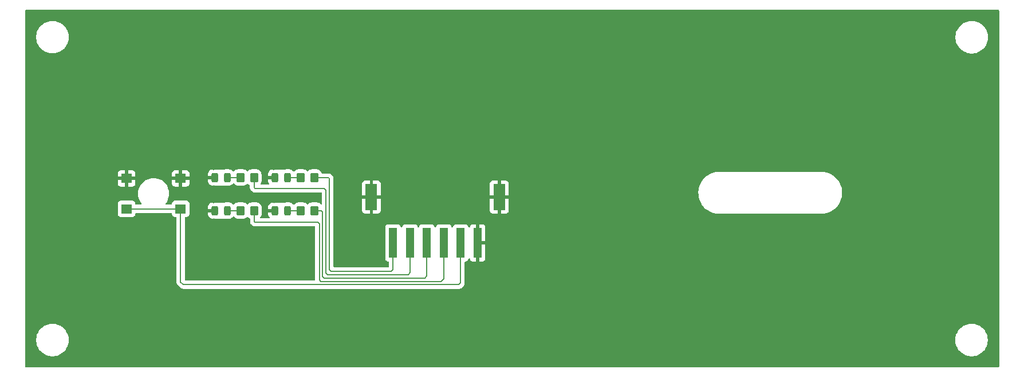
<source format=gbr>
%TF.GenerationSoftware,KiCad,Pcbnew,8.0.1*%
%TF.CreationDate,2025-07-26T13:45:31+02:00*%
%TF.ProjectId,SVX_Node_Case_front,5356585f-4e6f-4646-955f-436173655f66,rev?*%
%TF.SameCoordinates,Original*%
%TF.FileFunction,Copper,L2,Bot*%
%TF.FilePolarity,Positive*%
%FSLAX46Y46*%
G04 Gerber Fmt 4.6, Leading zero omitted, Abs format (unit mm)*
G04 Created by KiCad (PCBNEW 8.0.1) date 2025-07-26 13:45:31*
%MOMM*%
%LPD*%
G01*
G04 APERTURE LIST*
G04 Aperture macros list*
%AMRoundRect*
0 Rectangle with rounded corners*
0 $1 Rounding radius*
0 $2 $3 $4 $5 $6 $7 $8 $9 X,Y pos of 4 corners*
0 Add a 4 corners polygon primitive as box body*
4,1,4,$2,$3,$4,$5,$6,$7,$8,$9,$2,$3,0*
0 Add four circle primitives for the rounded corners*
1,1,$1+$1,$2,$3*
1,1,$1+$1,$4,$5*
1,1,$1+$1,$6,$7*
1,1,$1+$1,$8,$9*
0 Add four rect primitives between the rounded corners*
20,1,$1+$1,$2,$3,$4,$5,0*
20,1,$1+$1,$4,$5,$6,$7,0*
20,1,$1+$1,$6,$7,$8,$9,0*
20,1,$1+$1,$8,$9,$2,$3,0*%
G04 Aperture macros list end*
%TA.AperFunction,SMDPad,CuDef*%
%ADD10RoundRect,0.243750X-0.243750X-0.456250X0.243750X-0.456250X0.243750X0.456250X-0.243750X0.456250X0*%
%TD*%
%TA.AperFunction,SMDPad,CuDef*%
%ADD11R,1.295400X4.495800*%
%TD*%
%TA.AperFunction,SMDPad,CuDef*%
%ADD12R,1.803400X3.911600*%
%TD*%
%TA.AperFunction,SMDPad,CuDef*%
%ADD13RoundRect,0.250000X0.350000X0.450000X-0.350000X0.450000X-0.350000X-0.450000X0.350000X-0.450000X0*%
%TD*%
%TA.AperFunction,SMDPad,CuDef*%
%ADD14R,1.600000X1.400000*%
%TD*%
%TA.AperFunction,Conductor*%
%ADD15C,0.200000*%
%TD*%
G04 APERTURE END LIST*
D10*
%TO.P,D2,1*%
%TO.N,GND*%
X111920923Y-89350000D03*
%TO.P,D2,2*%
%TO.N,N/C*%
X113795923Y-89350000D03*
%TD*%
D11*
%TO.P,J1,1*%
%TO.N,N/C*%
X129400000Y-99050000D03*
%TO.P,J1,2*%
X131900000Y-99050000D03*
%TO.P,J1,3*%
X134400000Y-99050000D03*
%TO.P,J1,4*%
X136900000Y-99050000D03*
%TO.P,J1,5*%
X139400000Y-99050000D03*
%TO.P,J1,6*%
%TO.N,GND*%
X141900000Y-99050000D03*
D12*
%TO.P,J1,7*%
X126200001Y-92250000D03*
%TO.P,J1,8*%
X145099999Y-92250000D03*
%TD*%
D13*
%TO.P,R2,1*%
%TO.N,N/C*%
X117760000Y-89350000D03*
%TO.P,R2,2*%
X115760000Y-89350000D03*
%TD*%
%TO.P,R1,1*%
%TO.N,N/C*%
X108850000Y-89350000D03*
%TO.P,R1,2*%
X106850000Y-89350000D03*
%TD*%
D14*
%TO.P,S1,1*%
%TO.N,GND*%
X98000000Y-89500000D03*
X90000000Y-89500000D03*
%TO.P,S1,2*%
%TO.N,N/C*%
X98000000Y-94000000D03*
X90000000Y-94000000D03*
%TD*%
D10*
%TO.P,D1,1*%
%TO.N,GND*%
X103020923Y-94260000D03*
%TO.P,D1,2*%
%TO.N,N/C*%
X104895923Y-94260000D03*
%TD*%
D13*
%TO.P,R2,1*%
%TO.N,N/C*%
X117770000Y-94260000D03*
%TO.P,R2,2*%
X115770000Y-94260000D03*
%TD*%
D10*
%TO.P,D2,1*%
%TO.N,GND*%
X111930923Y-94260000D03*
%TO.P,D2,2*%
%TO.N,N/C*%
X113805923Y-94260000D03*
%TD*%
%TO.P,D1,1*%
%TO.N,GND*%
X103010923Y-89350000D03*
%TO.P,D1,2*%
%TO.N,N/C*%
X104885923Y-89350000D03*
%TD*%
D13*
%TO.P,R1,1*%
%TO.N,N/C*%
X108860000Y-94260000D03*
%TO.P,R1,2*%
X106860000Y-94260000D03*
%TD*%
D15*
%TO.N,*%
X108860000Y-95860000D02*
X108860000Y-94260000D01*
X109000000Y-96000000D02*
X108860000Y-95860000D01*
X118250000Y-96000000D02*
X109000000Y-96000000D01*
X118500000Y-96250000D02*
X118250000Y-96000000D01*
X136500000Y-104750000D02*
X118750000Y-104750000D01*
X136900000Y-104350000D02*
X136500000Y-104750000D01*
X118500000Y-104500000D02*
X118500000Y-96250000D01*
X118750000Y-104750000D02*
X118500000Y-104500000D01*
X136900000Y-99050000D02*
X136900000Y-104350000D01*
X108850000Y-90850000D02*
X108850000Y-89350000D01*
X109000000Y-91000000D02*
X108850000Y-90850000D01*
X119500000Y-103500000D02*
X119500000Y-91250000D01*
X131625000Y-103750000D02*
X119750000Y-103750000D01*
X119500000Y-91250000D02*
X119250000Y-91000000D01*
X119750000Y-103750000D02*
X119500000Y-103500000D01*
X131900000Y-99050000D02*
X131900000Y-103475000D01*
X119250000Y-91000000D02*
X109000000Y-91000000D01*
X131900000Y-103475000D02*
X131625000Y-103750000D01*
X118760000Y-94260000D02*
X119000000Y-94500000D01*
X134400000Y-103950000D02*
X134400000Y-99050000D01*
X119250000Y-104250000D02*
X134100000Y-104250000D01*
X134100000Y-104250000D02*
X134400000Y-103950000D01*
X119000000Y-94500000D02*
X119000000Y-104000000D01*
X119000000Y-104000000D02*
X119250000Y-104250000D01*
X117770000Y-94260000D02*
X118760000Y-94260000D01*
X129400000Y-103000000D02*
X129400000Y-99050000D01*
X129150000Y-103250000D02*
X129400000Y-103000000D01*
X120250000Y-103250000D02*
X129150000Y-103250000D01*
X120000000Y-89500000D02*
X120000000Y-103000000D01*
X119850000Y-89350000D02*
X120000000Y-89500000D01*
X120000000Y-103000000D02*
X120250000Y-103250000D01*
X117760000Y-89350000D02*
X119850000Y-89350000D01*
X98000000Y-104850000D02*
X98000000Y-94150000D01*
X106760000Y-89360000D02*
X106750000Y-89350000D01*
X139400000Y-99050000D02*
X139400000Y-105000000D01*
X113805923Y-94260000D02*
X115770000Y-94260000D01*
X90000000Y-94000000D02*
X98000000Y-94000000D01*
X107060000Y-94260000D02*
X107070000Y-94270000D01*
X115670000Y-89360000D02*
X115660000Y-89350000D01*
X113795923Y-89350000D02*
X115760000Y-89350000D01*
X115680000Y-94270000D02*
X115670000Y-94260000D01*
X139150000Y-105250000D02*
X98400000Y-105250000D01*
X115960000Y-89350000D02*
X115970000Y-89360000D01*
X139400000Y-105000000D02*
X139150000Y-105250000D01*
X115970000Y-94260000D02*
X115980000Y-94270000D01*
X104885923Y-89350000D02*
X106850000Y-89350000D01*
X98400000Y-105250000D02*
X98000000Y-104850000D01*
X107050000Y-89350000D02*
X107060000Y-89360000D01*
X106770000Y-94270000D02*
X106760000Y-94260000D01*
X104895923Y-94260000D02*
X106860000Y-94260000D01*
%TD*%
%TA.AperFunction,Conductor*%
%TO.N,GND*%
G36*
X218942539Y-64520185D02*
G01*
X218988294Y-64572989D01*
X218999500Y-64624500D01*
X218999500Y-117375500D01*
X218979815Y-117442539D01*
X218927011Y-117488294D01*
X218875500Y-117499500D01*
X75124500Y-117499500D01*
X75057461Y-117479815D01*
X75011706Y-117427011D01*
X75000500Y-117375500D01*
X75000500Y-113584813D01*
X76649500Y-113584813D01*
X76679686Y-113852719D01*
X76679688Y-113852731D01*
X76739684Y-114115594D01*
X76739687Y-114115602D01*
X76828734Y-114370082D01*
X76945714Y-114612994D01*
X76945716Y-114612997D01*
X77089162Y-114841289D01*
X77257266Y-115052085D01*
X77447915Y-115242734D01*
X77658711Y-115410838D01*
X77887003Y-115554284D01*
X78129921Y-115671267D01*
X78321049Y-115738145D01*
X78384397Y-115760312D01*
X78384405Y-115760315D01*
X78384408Y-115760315D01*
X78384409Y-115760316D01*
X78647268Y-115820312D01*
X78915187Y-115850499D01*
X78915188Y-115850500D01*
X78915191Y-115850500D01*
X79184812Y-115850500D01*
X79184812Y-115850499D01*
X79452732Y-115820312D01*
X79715591Y-115760316D01*
X79970079Y-115671267D01*
X80212997Y-115554284D01*
X80441289Y-115410838D01*
X80652085Y-115242734D01*
X80842734Y-115052085D01*
X81010838Y-114841289D01*
X81154284Y-114612997D01*
X81271267Y-114370079D01*
X81360316Y-114115591D01*
X81420312Y-113852732D01*
X81450500Y-113584813D01*
X212529500Y-113584813D01*
X212559686Y-113852719D01*
X212559688Y-113852731D01*
X212619684Y-114115594D01*
X212619687Y-114115602D01*
X212708734Y-114370082D01*
X212825714Y-114612994D01*
X212825716Y-114612997D01*
X212969162Y-114841289D01*
X213137266Y-115052085D01*
X213327915Y-115242734D01*
X213538711Y-115410838D01*
X213767003Y-115554284D01*
X214009921Y-115671267D01*
X214201049Y-115738145D01*
X214264397Y-115760312D01*
X214264405Y-115760315D01*
X214264408Y-115760315D01*
X214264409Y-115760316D01*
X214527268Y-115820312D01*
X214795187Y-115850499D01*
X214795188Y-115850500D01*
X214795191Y-115850500D01*
X215064812Y-115850500D01*
X215064812Y-115850499D01*
X215332732Y-115820312D01*
X215595591Y-115760316D01*
X215850079Y-115671267D01*
X216092997Y-115554284D01*
X216321289Y-115410838D01*
X216532085Y-115242734D01*
X216722734Y-115052085D01*
X216890838Y-114841289D01*
X217034284Y-114612997D01*
X217151267Y-114370079D01*
X217240316Y-114115591D01*
X217300312Y-113852732D01*
X217330500Y-113584809D01*
X217330500Y-113315191D01*
X217300312Y-113047268D01*
X217240316Y-112784409D01*
X217151267Y-112529921D01*
X217034284Y-112287003D01*
X216890838Y-112058711D01*
X216722734Y-111847915D01*
X216532085Y-111657266D01*
X216321289Y-111489162D01*
X216092997Y-111345716D01*
X216092994Y-111345714D01*
X215850082Y-111228734D01*
X215595602Y-111139687D01*
X215595594Y-111139684D01*
X215398446Y-111094687D01*
X215332732Y-111079688D01*
X215332728Y-111079687D01*
X215332719Y-111079686D01*
X215064813Y-111049500D01*
X215064809Y-111049500D01*
X214795191Y-111049500D01*
X214795186Y-111049500D01*
X214527280Y-111079686D01*
X214527268Y-111079688D01*
X214264405Y-111139684D01*
X214264397Y-111139687D01*
X214009917Y-111228734D01*
X213767005Y-111345714D01*
X213538712Y-111489161D01*
X213327915Y-111657265D01*
X213137265Y-111847915D01*
X212969161Y-112058712D01*
X212825714Y-112287005D01*
X212708734Y-112529917D01*
X212619687Y-112784397D01*
X212619684Y-112784405D01*
X212559688Y-113047268D01*
X212559686Y-113047280D01*
X212529500Y-113315186D01*
X212529500Y-113584813D01*
X81450500Y-113584813D01*
X81450500Y-113584809D01*
X81450500Y-113315191D01*
X81420312Y-113047268D01*
X81360316Y-112784409D01*
X81271267Y-112529921D01*
X81154284Y-112287003D01*
X81010838Y-112058711D01*
X80842734Y-111847915D01*
X80652085Y-111657266D01*
X80441289Y-111489162D01*
X80212997Y-111345716D01*
X80212994Y-111345714D01*
X79970082Y-111228734D01*
X79715602Y-111139687D01*
X79715594Y-111139684D01*
X79518446Y-111094687D01*
X79452732Y-111079688D01*
X79452728Y-111079687D01*
X79452719Y-111079686D01*
X79184813Y-111049500D01*
X79184809Y-111049500D01*
X78915191Y-111049500D01*
X78915186Y-111049500D01*
X78647280Y-111079686D01*
X78647268Y-111079688D01*
X78384405Y-111139684D01*
X78384397Y-111139687D01*
X78129917Y-111228734D01*
X77887005Y-111345714D01*
X77658712Y-111489161D01*
X77447915Y-111657265D01*
X77257265Y-111847915D01*
X77089161Y-112058712D01*
X76945714Y-112287005D01*
X76828734Y-112529917D01*
X76739687Y-112784397D01*
X76739684Y-112784405D01*
X76679688Y-113047268D01*
X76679686Y-113047280D01*
X76649500Y-113315186D01*
X76649500Y-113584813D01*
X75000500Y-113584813D01*
X75000500Y-94747870D01*
X88699500Y-94747870D01*
X88699501Y-94747876D01*
X88705908Y-94807483D01*
X88756202Y-94942328D01*
X88756206Y-94942335D01*
X88842452Y-95057544D01*
X88842455Y-95057547D01*
X88957664Y-95143793D01*
X88957671Y-95143797D01*
X89092517Y-95194091D01*
X89092516Y-95194091D01*
X89099444Y-95194835D01*
X89152127Y-95200500D01*
X90847872Y-95200499D01*
X90907483Y-95194091D01*
X91042331Y-95143796D01*
X91157546Y-95057546D01*
X91243796Y-94942331D01*
X91294091Y-94807483D01*
X91300500Y-94747873D01*
X91300500Y-94724500D01*
X91320185Y-94657461D01*
X91372989Y-94611706D01*
X91424500Y-94600500D01*
X96575501Y-94600500D01*
X96642540Y-94620185D01*
X96688295Y-94672989D01*
X96699501Y-94724500D01*
X96699501Y-94747876D01*
X96705908Y-94807483D01*
X96756202Y-94942328D01*
X96756206Y-94942335D01*
X96842452Y-95057544D01*
X96842455Y-95057547D01*
X96957664Y-95143793D01*
X96957671Y-95143797D01*
X97002618Y-95160561D01*
X97092517Y-95194091D01*
X97152127Y-95200500D01*
X97275500Y-95200499D01*
X97342539Y-95220183D01*
X97388294Y-95272987D01*
X97399500Y-95324499D01*
X97399500Y-104763330D01*
X97399499Y-104763348D01*
X97399499Y-104929054D01*
X97399498Y-104929054D01*
X97440423Y-105081785D01*
X97469358Y-105131900D01*
X97469359Y-105131904D01*
X97469360Y-105131904D01*
X97519479Y-105218714D01*
X97519481Y-105218717D01*
X97638349Y-105337585D01*
X97638355Y-105337590D01*
X97915139Y-105614374D01*
X97915149Y-105614385D01*
X97919479Y-105618715D01*
X97919480Y-105618716D01*
X98031284Y-105730520D01*
X98031286Y-105730521D01*
X98031290Y-105730524D01*
X98168209Y-105809573D01*
X98168216Y-105809577D01*
X98280019Y-105839534D01*
X98320942Y-105850500D01*
X98320943Y-105850500D01*
X139063331Y-105850500D01*
X139063347Y-105850501D01*
X139070943Y-105850501D01*
X139229054Y-105850501D01*
X139229057Y-105850501D01*
X139381785Y-105809577D01*
X139431904Y-105780639D01*
X139518716Y-105730520D01*
X139630520Y-105618716D01*
X139630520Y-105618714D01*
X139640728Y-105608507D01*
X139640730Y-105608504D01*
X139758506Y-105490728D01*
X139758511Y-105490724D01*
X139768714Y-105480520D01*
X139768716Y-105480520D01*
X139880520Y-105368716D01*
X139959577Y-105231784D01*
X139989873Y-105118716D01*
X140000500Y-105079058D01*
X140000500Y-104920943D01*
X140000500Y-101920004D01*
X140020185Y-101852965D01*
X140072989Y-101807210D01*
X140111247Y-101796714D01*
X140155183Y-101791991D01*
X140290028Y-101741697D01*
X140290027Y-101741697D01*
X140290031Y-101741696D01*
X140405246Y-101655446D01*
X140491496Y-101540231D01*
X140491588Y-101539986D01*
X140534084Y-101426046D01*
X140575954Y-101370112D01*
X140641418Y-101345694D01*
X140709692Y-101360545D01*
X140759097Y-101409950D01*
X140766448Y-101426045D01*
X140808945Y-101539986D01*
X140808949Y-101539993D01*
X140895109Y-101655087D01*
X140895112Y-101655090D01*
X141010206Y-101741250D01*
X141010213Y-101741254D01*
X141144920Y-101791496D01*
X141144927Y-101791498D01*
X141204455Y-101797899D01*
X141204472Y-101797900D01*
X141650000Y-101797900D01*
X141650000Y-99300000D01*
X142150000Y-99300000D01*
X142150000Y-101797900D01*
X142595528Y-101797900D01*
X142595544Y-101797899D01*
X142655072Y-101791498D01*
X142655079Y-101791496D01*
X142789786Y-101741254D01*
X142789793Y-101741250D01*
X142904887Y-101655090D01*
X142904890Y-101655087D01*
X142991050Y-101539993D01*
X142991054Y-101539986D01*
X143041296Y-101405279D01*
X143041298Y-101405272D01*
X143047699Y-101345744D01*
X143047700Y-101345727D01*
X143047700Y-99300000D01*
X142150000Y-99300000D01*
X141650000Y-99300000D01*
X141650000Y-96302100D01*
X142150000Y-96302100D01*
X142150000Y-98800000D01*
X143047700Y-98800000D01*
X143047700Y-96754272D01*
X143047699Y-96754255D01*
X143041298Y-96694727D01*
X143041296Y-96694720D01*
X142991054Y-96560013D01*
X142991050Y-96560006D01*
X142904890Y-96444912D01*
X142904887Y-96444909D01*
X142789793Y-96358749D01*
X142789786Y-96358745D01*
X142655079Y-96308503D01*
X142655072Y-96308501D01*
X142595544Y-96302100D01*
X142150000Y-96302100D01*
X141650000Y-96302100D01*
X141204455Y-96302100D01*
X141144927Y-96308501D01*
X141144920Y-96308503D01*
X141010213Y-96358745D01*
X141010206Y-96358749D01*
X140895112Y-96444909D01*
X140895109Y-96444912D01*
X140808949Y-96560006D01*
X140808946Y-96560011D01*
X140766448Y-96673955D01*
X140724576Y-96729888D01*
X140659112Y-96754305D01*
X140590839Y-96739453D01*
X140541434Y-96690048D01*
X140534084Y-96673953D01*
X140491498Y-96559773D01*
X140491493Y-96559764D01*
X140405247Y-96444555D01*
X140405244Y-96444552D01*
X140290035Y-96358306D01*
X140290028Y-96358302D01*
X140155182Y-96308008D01*
X140155183Y-96308008D01*
X140095583Y-96301601D01*
X140095581Y-96301600D01*
X140095573Y-96301600D01*
X140095564Y-96301600D01*
X138704429Y-96301600D01*
X138704423Y-96301601D01*
X138644816Y-96308008D01*
X138509971Y-96358302D01*
X138509964Y-96358306D01*
X138394755Y-96444552D01*
X138394752Y-96444555D01*
X138308506Y-96559764D01*
X138308502Y-96559771D01*
X138266182Y-96673239D01*
X138224311Y-96729173D01*
X138158847Y-96753590D01*
X138090574Y-96738738D01*
X138041168Y-96689333D01*
X138033818Y-96673239D01*
X137991497Y-96559771D01*
X137991493Y-96559764D01*
X137905247Y-96444555D01*
X137905244Y-96444552D01*
X137790035Y-96358306D01*
X137790028Y-96358302D01*
X137655182Y-96308008D01*
X137655183Y-96308008D01*
X137595583Y-96301601D01*
X137595581Y-96301600D01*
X137595573Y-96301600D01*
X137595564Y-96301600D01*
X136204429Y-96301600D01*
X136204423Y-96301601D01*
X136144816Y-96308008D01*
X136009971Y-96358302D01*
X136009964Y-96358306D01*
X135894755Y-96444552D01*
X135894752Y-96444555D01*
X135808506Y-96559764D01*
X135808502Y-96559771D01*
X135766182Y-96673239D01*
X135724311Y-96729173D01*
X135658847Y-96753590D01*
X135590574Y-96738738D01*
X135541168Y-96689333D01*
X135533818Y-96673239D01*
X135491497Y-96559771D01*
X135491493Y-96559764D01*
X135405247Y-96444555D01*
X135405244Y-96444552D01*
X135290035Y-96358306D01*
X135290028Y-96358302D01*
X135155182Y-96308008D01*
X135155183Y-96308008D01*
X135095583Y-96301601D01*
X135095581Y-96301600D01*
X135095573Y-96301600D01*
X135095564Y-96301600D01*
X133704429Y-96301600D01*
X133704423Y-96301601D01*
X133644816Y-96308008D01*
X133509971Y-96358302D01*
X133509964Y-96358306D01*
X133394755Y-96444552D01*
X133394752Y-96444555D01*
X133308506Y-96559764D01*
X133308502Y-96559771D01*
X133266182Y-96673239D01*
X133224311Y-96729173D01*
X133158847Y-96753590D01*
X133090574Y-96738738D01*
X133041168Y-96689333D01*
X133033818Y-96673239D01*
X132991497Y-96559771D01*
X132991493Y-96559764D01*
X132905247Y-96444555D01*
X132905244Y-96444552D01*
X132790035Y-96358306D01*
X132790028Y-96358302D01*
X132655182Y-96308008D01*
X132655183Y-96308008D01*
X132595583Y-96301601D01*
X132595581Y-96301600D01*
X132595573Y-96301600D01*
X132595564Y-96301600D01*
X131204429Y-96301600D01*
X131204423Y-96301601D01*
X131144816Y-96308008D01*
X131009971Y-96358302D01*
X131009964Y-96358306D01*
X130894755Y-96444552D01*
X130894752Y-96444555D01*
X130808506Y-96559764D01*
X130808502Y-96559771D01*
X130766182Y-96673239D01*
X130724311Y-96729173D01*
X130658847Y-96753590D01*
X130590574Y-96738738D01*
X130541168Y-96689333D01*
X130533818Y-96673239D01*
X130491497Y-96559771D01*
X130491493Y-96559764D01*
X130405247Y-96444555D01*
X130405244Y-96444552D01*
X130290035Y-96358306D01*
X130290028Y-96358302D01*
X130155182Y-96308008D01*
X130155183Y-96308008D01*
X130095583Y-96301601D01*
X130095581Y-96301600D01*
X130095573Y-96301600D01*
X130095564Y-96301600D01*
X128704429Y-96301600D01*
X128704423Y-96301601D01*
X128644816Y-96308008D01*
X128509971Y-96358302D01*
X128509964Y-96358306D01*
X128394755Y-96444552D01*
X128394752Y-96444555D01*
X128308506Y-96559764D01*
X128308502Y-96559771D01*
X128258208Y-96694617D01*
X128251801Y-96754216D01*
X128251800Y-96754235D01*
X128251800Y-101345770D01*
X128251801Y-101345776D01*
X128258208Y-101405383D01*
X128308502Y-101540228D01*
X128308506Y-101540235D01*
X128394752Y-101655444D01*
X128394755Y-101655447D01*
X128509964Y-101741693D01*
X128509971Y-101741697D01*
X128554918Y-101758461D01*
X128644817Y-101791991D01*
X128688758Y-101796715D01*
X128753306Y-101823452D01*
X128793154Y-101880845D01*
X128799500Y-101920004D01*
X128799500Y-102525500D01*
X128779815Y-102592539D01*
X128727011Y-102638294D01*
X128675500Y-102649500D01*
X120724500Y-102649500D01*
X120657461Y-102629815D01*
X120611706Y-102577011D01*
X120600500Y-102525500D01*
X120600500Y-92500000D01*
X124798301Y-92500000D01*
X124798301Y-94253644D01*
X124804702Y-94313172D01*
X124804704Y-94313179D01*
X124854946Y-94447886D01*
X124854950Y-94447893D01*
X124941110Y-94562987D01*
X124941113Y-94562990D01*
X125056207Y-94649150D01*
X125056214Y-94649154D01*
X125190921Y-94699396D01*
X125190928Y-94699398D01*
X125250456Y-94705799D01*
X125250473Y-94705800D01*
X125950001Y-94705800D01*
X125950001Y-92500000D01*
X126450001Y-92500000D01*
X126450001Y-94705800D01*
X127149529Y-94705800D01*
X127149545Y-94705799D01*
X127209073Y-94699398D01*
X127209080Y-94699396D01*
X127343787Y-94649154D01*
X127343794Y-94649150D01*
X127458888Y-94562990D01*
X127458891Y-94562987D01*
X127545051Y-94447893D01*
X127545055Y-94447886D01*
X127595297Y-94313179D01*
X127595299Y-94313172D01*
X127601700Y-94253644D01*
X127601701Y-94253627D01*
X127601701Y-92500000D01*
X143698299Y-92500000D01*
X143698299Y-94253644D01*
X143704700Y-94313172D01*
X143704702Y-94313179D01*
X143754944Y-94447886D01*
X143754948Y-94447893D01*
X143841108Y-94562987D01*
X143841111Y-94562990D01*
X143956205Y-94649150D01*
X143956212Y-94649154D01*
X144090919Y-94699396D01*
X144090926Y-94699398D01*
X144150454Y-94705799D01*
X144150471Y-94705800D01*
X144849999Y-94705800D01*
X144849999Y-92500000D01*
X145349999Y-92500000D01*
X145349999Y-94705800D01*
X146049527Y-94705800D01*
X146049543Y-94705799D01*
X146109071Y-94699398D01*
X146109078Y-94699396D01*
X146243785Y-94649154D01*
X146243792Y-94649150D01*
X146358886Y-94562990D01*
X146358889Y-94562987D01*
X146445049Y-94447893D01*
X146445053Y-94447886D01*
X146495295Y-94313179D01*
X146495297Y-94313172D01*
X146501698Y-94253644D01*
X146501699Y-94253627D01*
X146501699Y-92500000D01*
X145349999Y-92500000D01*
X144849999Y-92500000D01*
X143698299Y-92500000D01*
X127601701Y-92500000D01*
X126450001Y-92500000D01*
X125950001Y-92500000D01*
X124798301Y-92500000D01*
X120600500Y-92500000D01*
X120600500Y-92000000D01*
X124798301Y-92000000D01*
X125950001Y-92000000D01*
X125950001Y-89794200D01*
X126450001Y-89794200D01*
X126450001Y-92000000D01*
X127601701Y-92000000D01*
X143698299Y-92000000D01*
X144849999Y-92000000D01*
X144849999Y-89794200D01*
X145349999Y-89794200D01*
X145349999Y-92000000D01*
X146501699Y-92000000D01*
X146501699Y-91625002D01*
X174528909Y-91625002D01*
X174547258Y-91963422D01*
X174547259Y-91963439D01*
X174602087Y-92297868D01*
X174602093Y-92297894D01*
X174692757Y-92624438D01*
X174692759Y-92624444D01*
X174818205Y-92939288D01*
X174818214Y-92939307D01*
X174976960Y-93238732D01*
X174976963Y-93238737D01*
X174976965Y-93238740D01*
X175036360Y-93326340D01*
X175167154Y-93519247D01*
X175167157Y-93519251D01*
X175167164Y-93519261D01*
X175347293Y-93731322D01*
X175386578Y-93777572D01*
X175632626Y-94010639D01*
X175632635Y-94010647D01*
X175902445Y-94215750D01*
X175902450Y-94215753D01*
X176192859Y-94390483D01*
X176500457Y-94532791D01*
X176500458Y-94532791D01*
X176500464Y-94532794D01*
X176500471Y-94532796D01*
X176821631Y-94641004D01*
X176821637Y-94641006D01*
X177086918Y-94699396D01*
X177152636Y-94713861D01*
X177489571Y-94750502D01*
X177659032Y-94750500D01*
X177724924Y-94750500D01*
X192593136Y-94750500D01*
X192593140Y-94750501D01*
X192659032Y-94750500D01*
X192724919Y-94750500D01*
X192749582Y-94750500D01*
X192749586Y-94750499D01*
X192828486Y-94750499D01*
X192828491Y-94750499D01*
X193165421Y-94713852D01*
X193496414Y-94640992D01*
X193817589Y-94532773D01*
X194125181Y-94390463D01*
X194415583Y-94215731D01*
X194685392Y-94010625D01*
X194931443Y-93777551D01*
X195150852Y-93519240D01*
X195341047Y-93238721D01*
X195499797Y-92939283D01*
X195625243Y-92624437D01*
X195715912Y-92297873D01*
X195736079Y-92174858D01*
X195770741Y-91963434D01*
X195770742Y-91963425D01*
X195770743Y-91963420D01*
X195789091Y-91625000D01*
X195770743Y-91286580D01*
X195759617Y-91218717D01*
X195715914Y-90952139D01*
X195715913Y-90952138D01*
X195715912Y-90952127D01*
X195630183Y-90643354D01*
X195625246Y-90625573D01*
X195625244Y-90625566D01*
X195613973Y-90597279D01*
X195499797Y-90310717D01*
X195341047Y-90011279D01*
X195150852Y-89730760D01*
X194931443Y-89472449D01*
X194922827Y-89464287D01*
X194685402Y-89239384D01*
X194685397Y-89239380D01*
X194685392Y-89239375D01*
X194415583Y-89034269D01*
X194415584Y-89034269D01*
X194415582Y-89034268D01*
X194125178Y-88859535D01*
X194008398Y-88805506D01*
X193817589Y-88717227D01*
X193496414Y-88609008D01*
X193496410Y-88609007D01*
X193496407Y-88609006D01*
X193165419Y-88536147D01*
X192828491Y-88499501D01*
X192828486Y-88499500D01*
X192724920Y-88499500D01*
X192724919Y-88499500D01*
X192659032Y-88499500D01*
X192593140Y-88499499D01*
X192593139Y-88499499D01*
X192585546Y-88499499D01*
X192585530Y-88499500D01*
X177659032Y-88499500D01*
X177489577Y-88499498D01*
X177489567Y-88499498D01*
X177152636Y-88536138D01*
X176821637Y-88608993D01*
X176821631Y-88608995D01*
X176500471Y-88717203D01*
X176500464Y-88717205D01*
X176342205Y-88790423D01*
X176192859Y-88859517D01*
X176192856Y-88859518D01*
X176192849Y-88859522D01*
X175902445Y-89034249D01*
X175632635Y-89239352D01*
X175632626Y-89239360D01*
X175386578Y-89472427D01*
X175167165Y-89730738D01*
X175167154Y-89730752D01*
X174976966Y-90011258D01*
X174976960Y-90011267D01*
X174818214Y-90310692D01*
X174818205Y-90310711D01*
X174692759Y-90625555D01*
X174692757Y-90625561D01*
X174602093Y-90952105D01*
X174602087Y-90952131D01*
X174547259Y-91286560D01*
X174547258Y-91286573D01*
X174547258Y-91286575D01*
X174544875Y-91330520D01*
X174528909Y-91624997D01*
X174528909Y-91625002D01*
X146501699Y-91625002D01*
X146501699Y-90246372D01*
X146501698Y-90246355D01*
X146495297Y-90186827D01*
X146495295Y-90186820D01*
X146445053Y-90052113D01*
X146445049Y-90052106D01*
X146358889Y-89937012D01*
X146358886Y-89937009D01*
X146243792Y-89850849D01*
X146243785Y-89850845D01*
X146109078Y-89800603D01*
X146109071Y-89800601D01*
X146049543Y-89794200D01*
X145349999Y-89794200D01*
X144849999Y-89794200D01*
X144150454Y-89794200D01*
X144090926Y-89800601D01*
X144090919Y-89800603D01*
X143956212Y-89850845D01*
X143956205Y-89850849D01*
X143841111Y-89937009D01*
X143841108Y-89937012D01*
X143754948Y-90052106D01*
X143754944Y-90052113D01*
X143704702Y-90186820D01*
X143704700Y-90186827D01*
X143698299Y-90246355D01*
X143698299Y-92000000D01*
X127601701Y-92000000D01*
X127601701Y-90246372D01*
X127601700Y-90246355D01*
X127595299Y-90186827D01*
X127595297Y-90186820D01*
X127545055Y-90052113D01*
X127545051Y-90052106D01*
X127458891Y-89937012D01*
X127458888Y-89937009D01*
X127343794Y-89850849D01*
X127343787Y-89850845D01*
X127209080Y-89800603D01*
X127209073Y-89800601D01*
X127149545Y-89794200D01*
X126450001Y-89794200D01*
X125950001Y-89794200D01*
X125250456Y-89794200D01*
X125190928Y-89800601D01*
X125190921Y-89800603D01*
X125056214Y-89850845D01*
X125056207Y-89850849D01*
X124941113Y-89937009D01*
X124941110Y-89937012D01*
X124854950Y-90052106D01*
X124854946Y-90052113D01*
X124804704Y-90186820D01*
X124804702Y-90186827D01*
X124798301Y-90246355D01*
X124798301Y-92000000D01*
X120600500Y-92000000D01*
X120600500Y-89589059D01*
X120600501Y-89589046D01*
X120600501Y-89420945D01*
X120600501Y-89420943D01*
X120559577Y-89268215D01*
X120530639Y-89218095D01*
X120480520Y-89131284D01*
X120368716Y-89019480D01*
X120368715Y-89019479D01*
X120364385Y-89015149D01*
X120364374Y-89015139D01*
X120337590Y-88988355D01*
X120337588Y-88988352D01*
X120218717Y-88869481D01*
X120218716Y-88869480D01*
X120110184Y-88806819D01*
X120110184Y-88806818D01*
X120110181Y-88806818D01*
X120081785Y-88790423D01*
X119929057Y-88749499D01*
X119770943Y-88749499D01*
X119763347Y-88749499D01*
X119763331Y-88749500D01*
X118940301Y-88749500D01*
X118873262Y-88729815D01*
X118827507Y-88677011D01*
X118822595Y-88664504D01*
X118794814Y-88580666D01*
X118702712Y-88431344D01*
X118578656Y-88307288D01*
X118459770Y-88233959D01*
X118429336Y-88215187D01*
X118429331Y-88215185D01*
X118427677Y-88214637D01*
X118262797Y-88160001D01*
X118262795Y-88160000D01*
X118160010Y-88149500D01*
X117359998Y-88149500D01*
X117359980Y-88149501D01*
X117257203Y-88160000D01*
X117257200Y-88160001D01*
X117090668Y-88215185D01*
X117090663Y-88215187D01*
X116941342Y-88307289D01*
X116847681Y-88400951D01*
X116786358Y-88434436D01*
X116716666Y-88429452D01*
X116672319Y-88400951D01*
X116578657Y-88307289D01*
X116578656Y-88307288D01*
X116459770Y-88233959D01*
X116429336Y-88215187D01*
X116429331Y-88215185D01*
X116427677Y-88214637D01*
X116262797Y-88160001D01*
X116262795Y-88160000D01*
X116160010Y-88149500D01*
X115359998Y-88149500D01*
X115359980Y-88149501D01*
X115257203Y-88160000D01*
X115257200Y-88160001D01*
X115090668Y-88215185D01*
X115090663Y-88215187D01*
X114941342Y-88307289D01*
X114812181Y-88436451D01*
X114810244Y-88434514D01*
X114763516Y-88467588D01*
X114693716Y-88470712D01*
X114633308Y-88435604D01*
X114628461Y-88430009D01*
X114504426Y-88305974D01*
X114504422Y-88305971D01*
X114356356Y-88214642D01*
X114356350Y-88214639D01*
X114356348Y-88214638D01*
X114356345Y-88214637D01*
X114191199Y-88159913D01*
X114089278Y-88149500D01*
X114089271Y-88149500D01*
X113502575Y-88149500D01*
X113502567Y-88149500D01*
X113419746Y-88157961D01*
X113410974Y-88158858D01*
X113398373Y-88159500D01*
X112313537Y-88159500D01*
X112300934Y-88158858D01*
X112214238Y-88150000D01*
X112148627Y-88150000D01*
X112136419Y-88156666D01*
X112110061Y-88159500D01*
X112054108Y-88159500D01*
X111926814Y-88193608D01*
X111926813Y-88193608D01*
X111926811Y-88193609D01*
X111926810Y-88193609D01*
X111856923Y-88233959D01*
X111789023Y-88250432D01*
X111722996Y-88227579D01*
X111679805Y-88172658D01*
X111676516Y-88155593D01*
X111670923Y-88150000D01*
X111627607Y-88150000D01*
X111525749Y-88160407D01*
X111360713Y-88215094D01*
X111360708Y-88215096D01*
X111212731Y-88306370D01*
X111089793Y-88429308D01*
X110998519Y-88577285D01*
X110998517Y-88577290D01*
X110943830Y-88742326D01*
X110933423Y-88844184D01*
X110933423Y-89100000D01*
X111495500Y-89100000D01*
X111562539Y-89119685D01*
X111608294Y-89172489D01*
X111619500Y-89224000D01*
X111619500Y-89476000D01*
X111599815Y-89543039D01*
X111547011Y-89588794D01*
X111495500Y-89600000D01*
X110933423Y-89600000D01*
X110933423Y-89855815D01*
X110943830Y-89957673D01*
X110998517Y-90122709D01*
X110998519Y-90122714D01*
X111052607Y-90210403D01*
X111071047Y-90277795D01*
X111050125Y-90344459D01*
X110996483Y-90389229D01*
X110947068Y-90399500D01*
X109934181Y-90399500D01*
X109867142Y-90379815D01*
X109821387Y-90327011D01*
X109811443Y-90257853D01*
X109828641Y-90210405D01*
X109884814Y-90119334D01*
X109939999Y-89952797D01*
X109950500Y-89850009D01*
X109950499Y-88849992D01*
X109939999Y-88747203D01*
X109884814Y-88580666D01*
X109792712Y-88431344D01*
X109668656Y-88307288D01*
X109549770Y-88233959D01*
X109519336Y-88215187D01*
X109519331Y-88215185D01*
X109517677Y-88214637D01*
X109352797Y-88160001D01*
X109352795Y-88160000D01*
X109250010Y-88149500D01*
X108449998Y-88149500D01*
X108449980Y-88149501D01*
X108347203Y-88160000D01*
X108347200Y-88160001D01*
X108180668Y-88215185D01*
X108180663Y-88215187D01*
X108031342Y-88307289D01*
X107937681Y-88400951D01*
X107876358Y-88434436D01*
X107806666Y-88429452D01*
X107762319Y-88400951D01*
X107668657Y-88307289D01*
X107668656Y-88307288D01*
X107549770Y-88233959D01*
X107519336Y-88215187D01*
X107519331Y-88215185D01*
X107517677Y-88214637D01*
X107352797Y-88160001D01*
X107352795Y-88160000D01*
X107250010Y-88149500D01*
X106449998Y-88149500D01*
X106449980Y-88149501D01*
X106347203Y-88160000D01*
X106347200Y-88160001D01*
X106180668Y-88215185D01*
X106180663Y-88215187D01*
X106031342Y-88307289D01*
X105902181Y-88436451D01*
X105900244Y-88434514D01*
X105853516Y-88467588D01*
X105783716Y-88470712D01*
X105723308Y-88435604D01*
X105718461Y-88430009D01*
X105594426Y-88305974D01*
X105594422Y-88305971D01*
X105446356Y-88214642D01*
X105446350Y-88214639D01*
X105446348Y-88214638D01*
X105446345Y-88214637D01*
X105281199Y-88159913D01*
X105179278Y-88149500D01*
X105179271Y-88149500D01*
X104592575Y-88149500D01*
X104592567Y-88149500D01*
X104509746Y-88157961D01*
X104500974Y-88158858D01*
X104488373Y-88159500D01*
X103403537Y-88159500D01*
X103390934Y-88158858D01*
X103304238Y-88150000D01*
X103238627Y-88150000D01*
X103226419Y-88156666D01*
X103200061Y-88159500D01*
X103144108Y-88159500D01*
X103016814Y-88193608D01*
X103016813Y-88193608D01*
X103016811Y-88193609D01*
X103016810Y-88193609D01*
X102946923Y-88233959D01*
X102879023Y-88250432D01*
X102812996Y-88227579D01*
X102769805Y-88172658D01*
X102766516Y-88155593D01*
X102760923Y-88150000D01*
X102717607Y-88150000D01*
X102615749Y-88160407D01*
X102450713Y-88215094D01*
X102450708Y-88215096D01*
X102302731Y-88306370D01*
X102179793Y-88429308D01*
X102088519Y-88577285D01*
X102088517Y-88577290D01*
X102033830Y-88742326D01*
X102023423Y-88844184D01*
X102023423Y-89100000D01*
X102585500Y-89100000D01*
X102652539Y-89119685D01*
X102698294Y-89172489D01*
X102709500Y-89224000D01*
X102709500Y-89476000D01*
X102689815Y-89543039D01*
X102637011Y-89588794D01*
X102585500Y-89600000D01*
X102023423Y-89600000D01*
X102023423Y-89855815D01*
X102033830Y-89957673D01*
X102088517Y-90122709D01*
X102088519Y-90122714D01*
X102179793Y-90270691D01*
X102302731Y-90393629D01*
X102450708Y-90484903D01*
X102450713Y-90484905D01*
X102615749Y-90539592D01*
X102717607Y-90549999D01*
X102717620Y-90550000D01*
X102760923Y-90550000D01*
X102778975Y-90531947D01*
X102780608Y-90526388D01*
X102833412Y-90480633D01*
X102902570Y-90470689D01*
X102946920Y-90486038D01*
X103016814Y-90526392D01*
X103144108Y-90560500D01*
X103144110Y-90560500D01*
X104775890Y-90560500D01*
X104775892Y-90560500D01*
X104797445Y-90554724D01*
X104829537Y-90550500D01*
X105179266Y-90550500D01*
X105179271Y-90550500D01*
X105281198Y-90540087D01*
X105446348Y-90485362D01*
X105594426Y-90394026D01*
X105717449Y-90271003D01*
X105717449Y-90271002D01*
X105722556Y-90265896D01*
X105723893Y-90267233D01*
X105773031Y-90232426D01*
X105842830Y-90229275D01*
X105902060Y-90263669D01*
X105902181Y-90263549D01*
X105902635Y-90264003D01*
X105903251Y-90264361D01*
X105904928Y-90266296D01*
X105907288Y-90268656D01*
X106031344Y-90392712D01*
X106180666Y-90484814D01*
X106347203Y-90539999D01*
X106449991Y-90550500D01*
X107250008Y-90550499D01*
X107250016Y-90550498D01*
X107250019Y-90550498D01*
X107306302Y-90544748D01*
X107352797Y-90539999D01*
X107519334Y-90484814D01*
X107668656Y-90392712D01*
X107762319Y-90299049D01*
X107823642Y-90265564D01*
X107893334Y-90270548D01*
X107937681Y-90299049D01*
X108031344Y-90392712D01*
X108180666Y-90484814D01*
X108180667Y-90484814D01*
X108186813Y-90488605D01*
X108185706Y-90490399D01*
X108230337Y-90529687D01*
X108249500Y-90595908D01*
X108249500Y-90763330D01*
X108249499Y-90763348D01*
X108249499Y-90929054D01*
X108249498Y-90929054D01*
X108255681Y-90952127D01*
X108290423Y-91081785D01*
X108301084Y-91100250D01*
X108369477Y-91218712D01*
X108369481Y-91218717D01*
X108488349Y-91337585D01*
X108488355Y-91337590D01*
X108515139Y-91364374D01*
X108515149Y-91364385D01*
X108519479Y-91368715D01*
X108519480Y-91368716D01*
X108631284Y-91480520D01*
X108707190Y-91524344D01*
X108768215Y-91559577D01*
X108920943Y-91600501D01*
X108920946Y-91600501D01*
X109086653Y-91600501D01*
X109086669Y-91600500D01*
X118775500Y-91600500D01*
X118842539Y-91620185D01*
X118888294Y-91672989D01*
X118899500Y-91724500D01*
X118899500Y-93228770D01*
X118879815Y-93295809D01*
X118827011Y-93341564D01*
X118757853Y-93351508D01*
X118694297Y-93322483D01*
X118687819Y-93316451D01*
X118588657Y-93217289D01*
X118588656Y-93217288D01*
X118469770Y-93143959D01*
X118439336Y-93125187D01*
X118439331Y-93125185D01*
X118437677Y-93124637D01*
X118272797Y-93070001D01*
X118272795Y-93070000D01*
X118170010Y-93059500D01*
X117369998Y-93059500D01*
X117369980Y-93059501D01*
X117267203Y-93070000D01*
X117267200Y-93070001D01*
X117100668Y-93125185D01*
X117100663Y-93125187D01*
X116951342Y-93217289D01*
X116857681Y-93310951D01*
X116796358Y-93344436D01*
X116726666Y-93339452D01*
X116682319Y-93310951D01*
X116588657Y-93217289D01*
X116588656Y-93217288D01*
X116469770Y-93143959D01*
X116439336Y-93125187D01*
X116439331Y-93125185D01*
X116437677Y-93124637D01*
X116272797Y-93070001D01*
X116272795Y-93070000D01*
X116170010Y-93059500D01*
X115369998Y-93059500D01*
X115369980Y-93059501D01*
X115267203Y-93070000D01*
X115267200Y-93070001D01*
X115100668Y-93125185D01*
X115100663Y-93125187D01*
X114951342Y-93217289D01*
X114822181Y-93346451D01*
X114820244Y-93344514D01*
X114773516Y-93377588D01*
X114703716Y-93380712D01*
X114643308Y-93345604D01*
X114638461Y-93340009D01*
X114514426Y-93215974D01*
X114514422Y-93215971D01*
X114366356Y-93124642D01*
X114366350Y-93124639D01*
X114366348Y-93124638D01*
X114366345Y-93124637D01*
X114201199Y-93069913D01*
X114099278Y-93059500D01*
X114099271Y-93059500D01*
X113512575Y-93059500D01*
X113512567Y-93059500D01*
X113429746Y-93067961D01*
X113420974Y-93068858D01*
X113408373Y-93069500D01*
X112323537Y-93069500D01*
X112310934Y-93068858D01*
X112224238Y-93060000D01*
X112158627Y-93060000D01*
X112146419Y-93066666D01*
X112120061Y-93069500D01*
X112064108Y-93069500D01*
X111936814Y-93103608D01*
X111936813Y-93103608D01*
X111936811Y-93103609D01*
X111936810Y-93103609D01*
X111866923Y-93143959D01*
X111799023Y-93160432D01*
X111732996Y-93137579D01*
X111689805Y-93082658D01*
X111686516Y-93065593D01*
X111680923Y-93060000D01*
X111637607Y-93060000D01*
X111535749Y-93070407D01*
X111370713Y-93125094D01*
X111370708Y-93125096D01*
X111222731Y-93216370D01*
X111099793Y-93339308D01*
X111008519Y-93487285D01*
X111008517Y-93487290D01*
X110953830Y-93652326D01*
X110943423Y-93754184D01*
X110943423Y-94010000D01*
X111505500Y-94010000D01*
X111572539Y-94029685D01*
X111618294Y-94082489D01*
X111629500Y-94134000D01*
X111629500Y-94386000D01*
X111609815Y-94453039D01*
X111557011Y-94498794D01*
X111505500Y-94510000D01*
X110943423Y-94510000D01*
X110943423Y-94765815D01*
X110953830Y-94867673D01*
X111008517Y-95032709D01*
X111008519Y-95032714D01*
X111099793Y-95180691D01*
X111106921Y-95187819D01*
X111140406Y-95249142D01*
X111135422Y-95318834D01*
X111093550Y-95374767D01*
X111028086Y-95399184D01*
X111019240Y-95399500D01*
X109881230Y-95399500D01*
X109814191Y-95379815D01*
X109768436Y-95327011D01*
X109758492Y-95257853D01*
X109787517Y-95194297D01*
X109793549Y-95187819D01*
X109802712Y-95178656D01*
X109894814Y-95029334D01*
X109949999Y-94862797D01*
X109960500Y-94760009D01*
X109960499Y-93759992D01*
X109950829Y-93665333D01*
X109949999Y-93657203D01*
X109949998Y-93657200D01*
X109904289Y-93519261D01*
X109894814Y-93490666D01*
X109802712Y-93341344D01*
X109678656Y-93217288D01*
X109559770Y-93143959D01*
X109529336Y-93125187D01*
X109529331Y-93125185D01*
X109527677Y-93124637D01*
X109362797Y-93070001D01*
X109362795Y-93070000D01*
X109260010Y-93059500D01*
X108459998Y-93059500D01*
X108459980Y-93059501D01*
X108357203Y-93070000D01*
X108357200Y-93070001D01*
X108190668Y-93125185D01*
X108190663Y-93125187D01*
X108041342Y-93217289D01*
X107947681Y-93310951D01*
X107886358Y-93344436D01*
X107816666Y-93339452D01*
X107772319Y-93310951D01*
X107678657Y-93217289D01*
X107678656Y-93217288D01*
X107559770Y-93143959D01*
X107529336Y-93125187D01*
X107529331Y-93125185D01*
X107527677Y-93124637D01*
X107362797Y-93070001D01*
X107362795Y-93070000D01*
X107260010Y-93059500D01*
X106459998Y-93059500D01*
X106459980Y-93059501D01*
X106357203Y-93070000D01*
X106357200Y-93070001D01*
X106190668Y-93125185D01*
X106190663Y-93125187D01*
X106041342Y-93217289D01*
X105912181Y-93346451D01*
X105910244Y-93344514D01*
X105863516Y-93377588D01*
X105793716Y-93380712D01*
X105733308Y-93345604D01*
X105728461Y-93340009D01*
X105604426Y-93215974D01*
X105604422Y-93215971D01*
X105456356Y-93124642D01*
X105456350Y-93124639D01*
X105456348Y-93124638D01*
X105456345Y-93124637D01*
X105291199Y-93069913D01*
X105189278Y-93059500D01*
X105189271Y-93059500D01*
X104602575Y-93059500D01*
X104602567Y-93059500D01*
X104519746Y-93067961D01*
X104510974Y-93068858D01*
X104498373Y-93069500D01*
X103413537Y-93069500D01*
X103400934Y-93068858D01*
X103314238Y-93060000D01*
X103248627Y-93060000D01*
X103236419Y-93066666D01*
X103210061Y-93069500D01*
X103154108Y-93069500D01*
X103026814Y-93103608D01*
X103026813Y-93103608D01*
X103026811Y-93103609D01*
X103026810Y-93103609D01*
X102956923Y-93143959D01*
X102889023Y-93160432D01*
X102822996Y-93137579D01*
X102779805Y-93082658D01*
X102776516Y-93065593D01*
X102770923Y-93060000D01*
X102727607Y-93060000D01*
X102625749Y-93070407D01*
X102460713Y-93125094D01*
X102460708Y-93125096D01*
X102312731Y-93216370D01*
X102189793Y-93339308D01*
X102098519Y-93487285D01*
X102098517Y-93487290D01*
X102043830Y-93652326D01*
X102033423Y-93754184D01*
X102033423Y-94010000D01*
X102595500Y-94010000D01*
X102662539Y-94029685D01*
X102708294Y-94082489D01*
X102719500Y-94134000D01*
X102719500Y-94386000D01*
X102699815Y-94453039D01*
X102647011Y-94498794D01*
X102595500Y-94510000D01*
X102033423Y-94510000D01*
X102033423Y-94765815D01*
X102043830Y-94867673D01*
X102098517Y-95032709D01*
X102098519Y-95032714D01*
X102189793Y-95180691D01*
X102312731Y-95303629D01*
X102460708Y-95394903D01*
X102460713Y-95394905D01*
X102625749Y-95449592D01*
X102727607Y-95459999D01*
X102727620Y-95460000D01*
X102770923Y-95460000D01*
X102788975Y-95441947D01*
X102790608Y-95436388D01*
X102843412Y-95390633D01*
X102912570Y-95380689D01*
X102956920Y-95396038D01*
X103026814Y-95436392D01*
X103154108Y-95470500D01*
X103154110Y-95470500D01*
X104785890Y-95470500D01*
X104785892Y-95470500D01*
X104807445Y-95464724D01*
X104839537Y-95460500D01*
X105189266Y-95460500D01*
X105189271Y-95460500D01*
X105291198Y-95450087D01*
X105456348Y-95395362D01*
X105604426Y-95304026D01*
X105727449Y-95181003D01*
X105727449Y-95181002D01*
X105732556Y-95175896D01*
X105733893Y-95177233D01*
X105783031Y-95142426D01*
X105852830Y-95139275D01*
X105912060Y-95173669D01*
X105912181Y-95173549D01*
X105912635Y-95174003D01*
X105913251Y-95174361D01*
X105914928Y-95176296D01*
X105917288Y-95178656D01*
X106041344Y-95302712D01*
X106190666Y-95394814D01*
X106357203Y-95449999D01*
X106459991Y-95460500D01*
X107260008Y-95460499D01*
X107260016Y-95460498D01*
X107260019Y-95460498D01*
X107316302Y-95454748D01*
X107362797Y-95449999D01*
X107529334Y-95394814D01*
X107678656Y-95302712D01*
X107772319Y-95209049D01*
X107833642Y-95175564D01*
X107903334Y-95180548D01*
X107947681Y-95209049D01*
X108041344Y-95302712D01*
X108190666Y-95394814D01*
X108190667Y-95394814D01*
X108196813Y-95398605D01*
X108195706Y-95400399D01*
X108240337Y-95439687D01*
X108259500Y-95505908D01*
X108259500Y-95773330D01*
X108259499Y-95773348D01*
X108259499Y-95939054D01*
X108259498Y-95939054D01*
X108300423Y-96091785D01*
X108329358Y-96141900D01*
X108329359Y-96141904D01*
X108329360Y-96141904D01*
X108379479Y-96228714D01*
X108379481Y-96228717D01*
X108498349Y-96347585D01*
X108498355Y-96347590D01*
X108515139Y-96364374D01*
X108515149Y-96364385D01*
X108519479Y-96368715D01*
X108519480Y-96368716D01*
X108631284Y-96480520D01*
X108718095Y-96530639D01*
X108718097Y-96530641D01*
X108756151Y-96552611D01*
X108768215Y-96559577D01*
X108920943Y-96600501D01*
X108920946Y-96600501D01*
X109086653Y-96600501D01*
X109086669Y-96600500D01*
X117775500Y-96600500D01*
X117842539Y-96620185D01*
X117888294Y-96672989D01*
X117899500Y-96724500D01*
X117899500Y-104413330D01*
X117899499Y-104413348D01*
X117899499Y-104525500D01*
X117879814Y-104592539D01*
X117827010Y-104638294D01*
X117775499Y-104649500D01*
X98724500Y-104649500D01*
X98657461Y-104629815D01*
X98611706Y-104577011D01*
X98600500Y-104525500D01*
X98600500Y-95324499D01*
X98620185Y-95257460D01*
X98672989Y-95211705D01*
X98724500Y-95200499D01*
X98847871Y-95200499D01*
X98847872Y-95200499D01*
X98907483Y-95194091D01*
X99042331Y-95143796D01*
X99157546Y-95057546D01*
X99243796Y-94942331D01*
X99294091Y-94807483D01*
X99300500Y-94747873D01*
X99300499Y-93252128D01*
X99294091Y-93192517D01*
X99285506Y-93169500D01*
X99243797Y-93057671D01*
X99243793Y-93057664D01*
X99157547Y-92942455D01*
X99157544Y-92942452D01*
X99042335Y-92856206D01*
X99042328Y-92856202D01*
X98907482Y-92805908D01*
X98907483Y-92805908D01*
X98847883Y-92799501D01*
X98847881Y-92799500D01*
X98847873Y-92799500D01*
X98847864Y-92799500D01*
X97152129Y-92799500D01*
X97152123Y-92799501D01*
X97092516Y-92805908D01*
X96957671Y-92856202D01*
X96957664Y-92856206D01*
X96842455Y-92942452D01*
X96842452Y-92942455D01*
X96756206Y-93057664D01*
X96756202Y-93057671D01*
X96705908Y-93192517D01*
X96702011Y-93228770D01*
X96699501Y-93252123D01*
X96699500Y-93252135D01*
X96699500Y-93275500D01*
X96679815Y-93342539D01*
X96627011Y-93388294D01*
X96575500Y-93399500D01*
X95886929Y-93399500D01*
X95819890Y-93379815D01*
X95774135Y-93327011D01*
X95764191Y-93257853D01*
X95793216Y-93194297D01*
X95793701Y-93193741D01*
X95814959Y-93169500D01*
X95829025Y-93153461D01*
X95996566Y-92902718D01*
X96129945Y-92632252D01*
X96226880Y-92346691D01*
X96285713Y-92050920D01*
X96305436Y-91750000D01*
X96285713Y-91449080D01*
X96269727Y-91368716D01*
X96253385Y-91286560D01*
X96226880Y-91153309D01*
X96129945Y-90867748D01*
X96102445Y-90811984D01*
X95996568Y-90597286D01*
X95996564Y-90597279D01*
X95829026Y-90346540D01*
X95630189Y-90119810D01*
X95403459Y-89920973D01*
X95152720Y-89753435D01*
X95152713Y-89753431D01*
X95145756Y-89750000D01*
X96700000Y-89750000D01*
X96700000Y-90247844D01*
X96706401Y-90307372D01*
X96706403Y-90307379D01*
X96756645Y-90442086D01*
X96756649Y-90442093D01*
X96842809Y-90557187D01*
X96842812Y-90557190D01*
X96957906Y-90643350D01*
X96957913Y-90643354D01*
X97092620Y-90693596D01*
X97092627Y-90693598D01*
X97152155Y-90699999D01*
X97152172Y-90700000D01*
X97750000Y-90700000D01*
X97750000Y-89750000D01*
X98250000Y-89750000D01*
X98250000Y-90700000D01*
X98847828Y-90700000D01*
X98847844Y-90699999D01*
X98907372Y-90693598D01*
X98907379Y-90693596D01*
X99042086Y-90643354D01*
X99042093Y-90643350D01*
X99157187Y-90557190D01*
X99157190Y-90557187D01*
X99243350Y-90442093D01*
X99243354Y-90442086D01*
X99293596Y-90307379D01*
X99293598Y-90307372D01*
X99299999Y-90247844D01*
X99300000Y-90247827D01*
X99300000Y-89750000D01*
X98250000Y-89750000D01*
X97750000Y-89750000D01*
X96700000Y-89750000D01*
X95145756Y-89750000D01*
X94882268Y-89620062D01*
X94882247Y-89620053D01*
X94596698Y-89523122D01*
X94596692Y-89523120D01*
X94596691Y-89523120D01*
X94596689Y-89523119D01*
X94596683Y-89523118D01*
X94300930Y-89464288D01*
X94300921Y-89464287D01*
X94300920Y-89464287D01*
X94000000Y-89444564D01*
X93699080Y-89464287D01*
X93699079Y-89464287D01*
X93699069Y-89464288D01*
X93403316Y-89523118D01*
X93403301Y-89523122D01*
X93117752Y-89620053D01*
X93117731Y-89620062D01*
X92847286Y-89753431D01*
X92847279Y-89753435D01*
X92596540Y-89920973D01*
X92369810Y-90119810D01*
X92170973Y-90346540D01*
X92003435Y-90597279D01*
X92003431Y-90597286D01*
X91870062Y-90867731D01*
X91870053Y-90867752D01*
X91773122Y-91153301D01*
X91773118Y-91153316D01*
X91714288Y-91449069D01*
X91714287Y-91449081D01*
X91694564Y-91750000D01*
X91714287Y-92050918D01*
X91714288Y-92050930D01*
X91773118Y-92346683D01*
X91773122Y-92346698D01*
X91870053Y-92632247D01*
X91870062Y-92632268D01*
X92003431Y-92902713D01*
X92003435Y-92902720D01*
X92170973Y-93153459D01*
X92206299Y-93193741D01*
X92235702Y-93257123D01*
X92226170Y-93326340D01*
X92180730Y-93379415D01*
X92113809Y-93399498D01*
X92113071Y-93399500D01*
X91424499Y-93399500D01*
X91357460Y-93379815D01*
X91311705Y-93327011D01*
X91300499Y-93275500D01*
X91300499Y-93252129D01*
X91300498Y-93252123D01*
X91300497Y-93252116D01*
X91294091Y-93192517D01*
X91285506Y-93169500D01*
X91243797Y-93057671D01*
X91243793Y-93057664D01*
X91157547Y-92942455D01*
X91157544Y-92942452D01*
X91042335Y-92856206D01*
X91042328Y-92856202D01*
X90907482Y-92805908D01*
X90907483Y-92805908D01*
X90847883Y-92799501D01*
X90847881Y-92799500D01*
X90847873Y-92799500D01*
X90847864Y-92799500D01*
X89152129Y-92799500D01*
X89152123Y-92799501D01*
X89092516Y-92805908D01*
X88957671Y-92856202D01*
X88957664Y-92856206D01*
X88842455Y-92942452D01*
X88842452Y-92942455D01*
X88756206Y-93057664D01*
X88756202Y-93057671D01*
X88705908Y-93192517D01*
X88702011Y-93228770D01*
X88699501Y-93252123D01*
X88699500Y-93252135D01*
X88699500Y-94747870D01*
X75000500Y-94747870D01*
X75000500Y-89750000D01*
X88700000Y-89750000D01*
X88700000Y-90247844D01*
X88706401Y-90307372D01*
X88706403Y-90307379D01*
X88756645Y-90442086D01*
X88756649Y-90442093D01*
X88842809Y-90557187D01*
X88842812Y-90557190D01*
X88957906Y-90643350D01*
X88957913Y-90643354D01*
X89092620Y-90693596D01*
X89092627Y-90693598D01*
X89152155Y-90699999D01*
X89152172Y-90700000D01*
X89750000Y-90700000D01*
X89750000Y-89750000D01*
X90250000Y-89750000D01*
X90250000Y-90700000D01*
X90847828Y-90700000D01*
X90847844Y-90699999D01*
X90907372Y-90693598D01*
X90907379Y-90693596D01*
X91042086Y-90643354D01*
X91042093Y-90643350D01*
X91157187Y-90557190D01*
X91157190Y-90557187D01*
X91243350Y-90442093D01*
X91243354Y-90442086D01*
X91293596Y-90307379D01*
X91293598Y-90307372D01*
X91299999Y-90247844D01*
X91300000Y-90247827D01*
X91300000Y-89750000D01*
X90250000Y-89750000D01*
X89750000Y-89750000D01*
X88700000Y-89750000D01*
X75000500Y-89750000D01*
X75000500Y-89250000D01*
X88700000Y-89250000D01*
X89750000Y-89250000D01*
X89750000Y-88300000D01*
X90250000Y-88300000D01*
X90250000Y-89250000D01*
X91300000Y-89250000D01*
X96700000Y-89250000D01*
X97750000Y-89250000D01*
X97750000Y-88300000D01*
X98250000Y-88300000D01*
X98250000Y-89250000D01*
X99300000Y-89250000D01*
X99300000Y-88752172D01*
X99299999Y-88752155D01*
X99293598Y-88692627D01*
X99293596Y-88692620D01*
X99243354Y-88557913D01*
X99243350Y-88557906D01*
X99157190Y-88442812D01*
X99157187Y-88442809D01*
X99042093Y-88356649D01*
X99042086Y-88356645D01*
X98907379Y-88306403D01*
X98907372Y-88306401D01*
X98847844Y-88300000D01*
X98250000Y-88300000D01*
X97750000Y-88300000D01*
X97152155Y-88300000D01*
X97092627Y-88306401D01*
X97092620Y-88306403D01*
X96957913Y-88356645D01*
X96957906Y-88356649D01*
X96842812Y-88442809D01*
X96842809Y-88442812D01*
X96756649Y-88557906D01*
X96756645Y-88557913D01*
X96706403Y-88692620D01*
X96706401Y-88692627D01*
X96700000Y-88752155D01*
X96700000Y-89250000D01*
X91300000Y-89250000D01*
X91300000Y-88752172D01*
X91299999Y-88752155D01*
X91293598Y-88692627D01*
X91293596Y-88692620D01*
X91243354Y-88557913D01*
X91243350Y-88557906D01*
X91157190Y-88442812D01*
X91157187Y-88442809D01*
X91042093Y-88356649D01*
X91042086Y-88356645D01*
X90907379Y-88306403D01*
X90907372Y-88306401D01*
X90847844Y-88300000D01*
X90250000Y-88300000D01*
X89750000Y-88300000D01*
X89152155Y-88300000D01*
X89092627Y-88306401D01*
X89092620Y-88306403D01*
X88957913Y-88356645D01*
X88957906Y-88356649D01*
X88842812Y-88442809D01*
X88842809Y-88442812D01*
X88756649Y-88557906D01*
X88756645Y-88557913D01*
X88706403Y-88692620D01*
X88706401Y-88692627D01*
X88700000Y-88752155D01*
X88700000Y-89250000D01*
X75000500Y-89250000D01*
X75000500Y-68684813D01*
X76649500Y-68684813D01*
X76679686Y-68952719D01*
X76679688Y-68952731D01*
X76739684Y-69215594D01*
X76739687Y-69215602D01*
X76828734Y-69470082D01*
X76945714Y-69712994D01*
X76945716Y-69712997D01*
X77089162Y-69941289D01*
X77257266Y-70152085D01*
X77447915Y-70342734D01*
X77658711Y-70510838D01*
X77887003Y-70654284D01*
X78129921Y-70771267D01*
X78321049Y-70838145D01*
X78384397Y-70860312D01*
X78384405Y-70860315D01*
X78384408Y-70860315D01*
X78384409Y-70860316D01*
X78647268Y-70920312D01*
X78915187Y-70950499D01*
X78915188Y-70950500D01*
X78915191Y-70950500D01*
X79184812Y-70950500D01*
X79184812Y-70950499D01*
X79452732Y-70920312D01*
X79715591Y-70860316D01*
X79970079Y-70771267D01*
X80212997Y-70654284D01*
X80441289Y-70510838D01*
X80652085Y-70342734D01*
X80842734Y-70152085D01*
X81010838Y-69941289D01*
X81154284Y-69712997D01*
X81271267Y-69470079D01*
X81360316Y-69215591D01*
X81420312Y-68952732D01*
X81447683Y-68709813D01*
X212549500Y-68709813D01*
X212579686Y-68977719D01*
X212579688Y-68977731D01*
X212639684Y-69240594D01*
X212639687Y-69240602D01*
X212728734Y-69495082D01*
X212845714Y-69737994D01*
X212845716Y-69737997D01*
X212989162Y-69966289D01*
X213157266Y-70177085D01*
X213347915Y-70367734D01*
X213558711Y-70535838D01*
X213787003Y-70679284D01*
X214029921Y-70796267D01*
X214212952Y-70860312D01*
X214284397Y-70885312D01*
X214284405Y-70885315D01*
X214284408Y-70885315D01*
X214284409Y-70885316D01*
X214547268Y-70945312D01*
X214815187Y-70975499D01*
X214815188Y-70975500D01*
X214815191Y-70975500D01*
X215084812Y-70975500D01*
X215084812Y-70975499D01*
X215352732Y-70945312D01*
X215615591Y-70885316D01*
X215870079Y-70796267D01*
X216112997Y-70679284D01*
X216341289Y-70535838D01*
X216552085Y-70367734D01*
X216742734Y-70177085D01*
X216910838Y-69966289D01*
X217054284Y-69737997D01*
X217171267Y-69495079D01*
X217260316Y-69240591D01*
X217320312Y-68977732D01*
X217350500Y-68709809D01*
X217350500Y-68440191D01*
X217320312Y-68172268D01*
X217260316Y-67909409D01*
X217171267Y-67654921D01*
X217054284Y-67412003D01*
X216910838Y-67183711D01*
X216742734Y-66972915D01*
X216552085Y-66782266D01*
X216341289Y-66614162D01*
X216112997Y-66470716D01*
X216112994Y-66470714D01*
X215870082Y-66353734D01*
X215615602Y-66264687D01*
X215615594Y-66264684D01*
X215418446Y-66219687D01*
X215352732Y-66204688D01*
X215352728Y-66204687D01*
X215352719Y-66204686D01*
X215084813Y-66174500D01*
X215084809Y-66174500D01*
X214815191Y-66174500D01*
X214815186Y-66174500D01*
X214547280Y-66204686D01*
X214547268Y-66204688D01*
X214284405Y-66264684D01*
X214284397Y-66264687D01*
X214029917Y-66353734D01*
X213787005Y-66470714D01*
X213558712Y-66614161D01*
X213347915Y-66782265D01*
X213157265Y-66972915D01*
X212989161Y-67183712D01*
X212845714Y-67412005D01*
X212728734Y-67654917D01*
X212639687Y-67909397D01*
X212639684Y-67909405D01*
X212579688Y-68172268D01*
X212579686Y-68172280D01*
X212549500Y-68440186D01*
X212549500Y-68709813D01*
X81447683Y-68709813D01*
X81450500Y-68684809D01*
X81450500Y-68415191D01*
X81420312Y-68147268D01*
X81360316Y-67884409D01*
X81271267Y-67629921D01*
X81154284Y-67387003D01*
X81010838Y-67158711D01*
X80842734Y-66947915D01*
X80652085Y-66757266D01*
X80441289Y-66589162D01*
X80212997Y-66445716D01*
X80212994Y-66445714D01*
X79970082Y-66328734D01*
X79715602Y-66239687D01*
X79715594Y-66239684D01*
X79518446Y-66194687D01*
X79452732Y-66179688D01*
X79452728Y-66179687D01*
X79452719Y-66179686D01*
X79184813Y-66149500D01*
X79184809Y-66149500D01*
X78915191Y-66149500D01*
X78915186Y-66149500D01*
X78647280Y-66179686D01*
X78647268Y-66179688D01*
X78384405Y-66239684D01*
X78384397Y-66239687D01*
X78129917Y-66328734D01*
X77887005Y-66445714D01*
X77658712Y-66589161D01*
X77447915Y-66757265D01*
X77257265Y-66947915D01*
X77089161Y-67158712D01*
X76945714Y-67387005D01*
X76828734Y-67629917D01*
X76739687Y-67884397D01*
X76739684Y-67884405D01*
X76679688Y-68147268D01*
X76679686Y-68147280D01*
X76649500Y-68415186D01*
X76649500Y-68684813D01*
X75000500Y-68684813D01*
X75000500Y-64624500D01*
X75020185Y-64557461D01*
X75072989Y-64511706D01*
X75124500Y-64500500D01*
X218875500Y-64500500D01*
X218942539Y-64520185D01*
G37*
%TD.AperFunction*%
%TD*%
M02*

</source>
